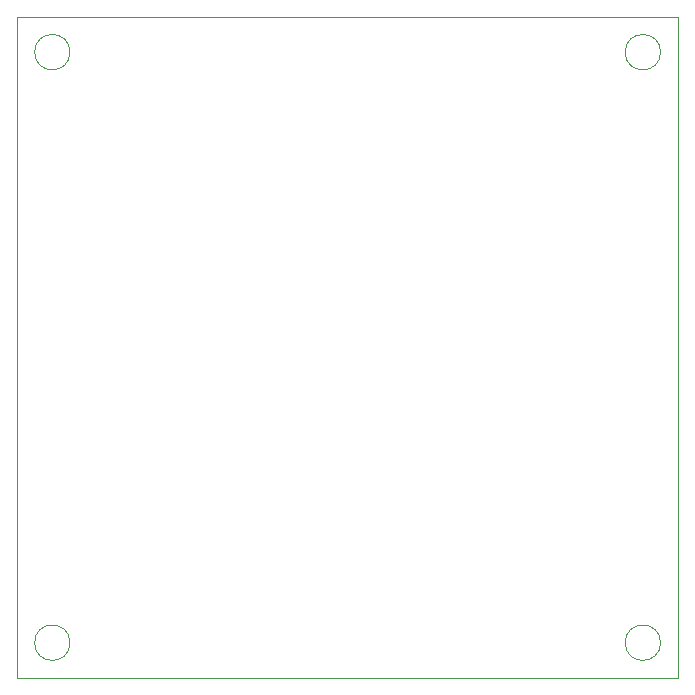
<source format=gbr>
%TF.GenerationSoftware,KiCad,Pcbnew,8.0.1*%
%TF.CreationDate,2024-07-17T12:18:51+09:00*%
%TF.ProjectId,Avi_73J_ParaBoard_v2,4176695f-3733-44a5-9f50-617261426f61,rev?*%
%TF.SameCoordinates,Original*%
%TF.FileFunction,Profile,NP*%
%FSLAX46Y46*%
G04 Gerber Fmt 4.6, Leading zero omitted, Abs format (unit mm)*
G04 Created by KiCad (PCBNEW 8.0.1) date 2024-07-17 12:18:51*
%MOMM*%
%LPD*%
G01*
G04 APERTURE LIST*
%TA.AperFunction,Profile*%
%ADD10C,0.050000*%
%TD*%
G04 APERTURE END LIST*
D10*
X176500000Y-75000000D02*
G75*
G02*
X173500000Y-75000000I-1500000J0D01*
G01*
X173500000Y-75000000D02*
G75*
G02*
X176500000Y-75000000I1500000J0D01*
G01*
X122000000Y-72000000D02*
X178000000Y-72000000D01*
X178000000Y-128000000D01*
X122000000Y-128000000D01*
X122000000Y-72000000D01*
X126500000Y-125000000D02*
G75*
G02*
X123500000Y-125000000I-1500000J0D01*
G01*
X123500000Y-125000000D02*
G75*
G02*
X126500000Y-125000000I1500000J0D01*
G01*
X126500000Y-75000000D02*
G75*
G02*
X123500000Y-75000000I-1500000J0D01*
G01*
X123500000Y-75000000D02*
G75*
G02*
X126500000Y-75000000I1500000J0D01*
G01*
X176500000Y-125000000D02*
G75*
G02*
X173500000Y-125000000I-1500000J0D01*
G01*
X173500000Y-125000000D02*
G75*
G02*
X176500000Y-125000000I1500000J0D01*
G01*
M02*

</source>
